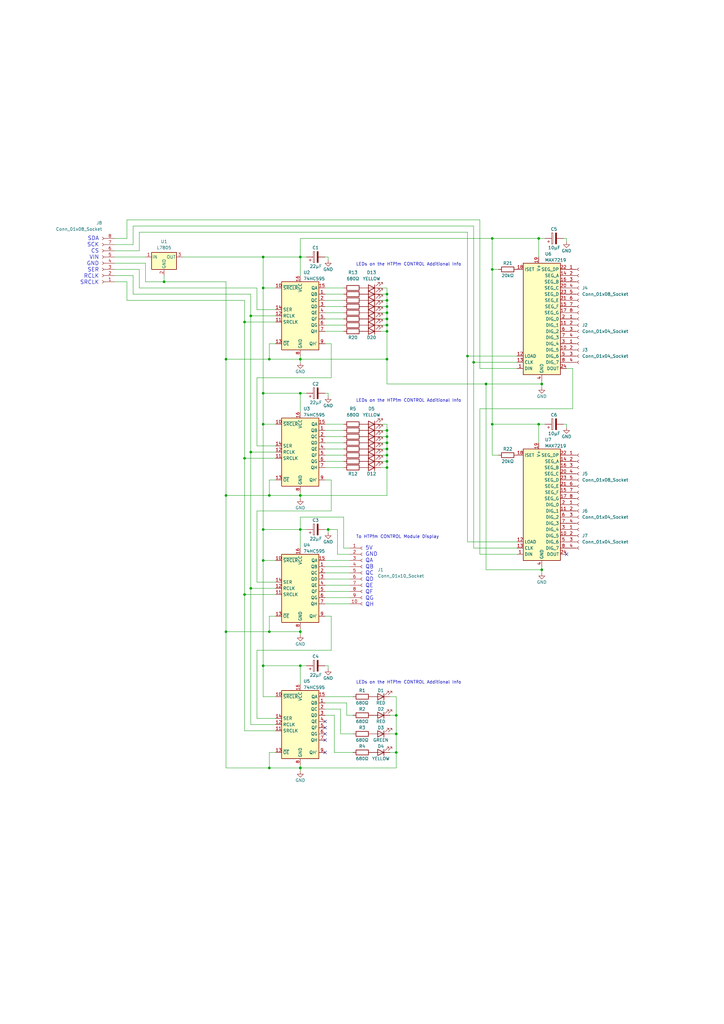
<source format=kicad_sch>
(kicad_sch (version 20230121) (generator eeschema)
  (paper "A3" portrait)
  (title_block (title "HTP!m CONTROL Additional Info") (date "2023-10-14") (rev "1") (company "shawnd.xyz") (comment 2 "circuits as well as maintaining 20 LEDs of its own.") (comment 3 "The HTP!m CONTROL Additional Info circuit controls all the other HTP!m CONTROL display"))
  (lib_symbols
    (symbol "74HC595_1"
      (property "Reference" "U3" (at 1.27 16.51 0))
      (property "Value" "74HC595" (at 1.27 13.97 0))
      (symbol "74HC595_1_1_0"
        (pin tri_state line (at 10.16 7.62 180) (length 2.54) (name "QB") (number "1"))
        (pin input line (at -10.16 10.16 0) (length 2.54) (name "~{SRCLR}") (number "10"))
        (pin input line (at -10.16 -3.81 0) (length 2.54) (name "SRCLK") (number "11"))
        (pin input line (at -10.16 -1.27 0) (length 2.54) (name "RCLK") (number "12"))
        (pin input line (at -10.16 -12.7 0) (length 2.54) (name "~{OE}") (number "13"))
        (pin input line (at -10.16 1.27 0) (length 2.54) (name "SER") (number "14"))
        (pin tri_state line (at 10.16 10.16 180) (length 2.54) (name "QA") (number "15"))
        (pin power_in line (at 0 15.24 270) (length 2.54) (name "VCC") (number "16"))
        (pin tri_state line (at 10.16 5.08 180) (length 2.54) (name "QC") (number "2"))
        (pin tri_state line (at 10.16 2.54 180) (length 2.54) (name "QD") (number "3"))
        (pin tri_state line (at 10.16 0 180) (length 2.54) (name "QE") (number "4"))
        (pin tri_state line (at 10.16 -2.54 180) (length 2.54) (name "QF") (number "5"))
        (pin tri_state line (at 10.16 -5.08 180) (length 2.54) (name "QG") (number "6"))
        (pin tri_state line (at 10.16 -7.62 180) (length 2.54) (name "QH") (number "7"))
        (pin power_in line (at 0 -17.78 90) (length 2.54) (name "GND") (number "8"))
        (pin output line (at 10.16 -12.7 180) (length 2.54) (name "QH'") (number "9"))
      )
      (symbol "74HC595_1_1_1"
        (rectangle (start -7.62 12.7) (end 7.62 -15.24) (stroke (width 0.254)) (fill (type background)))
      )
    )
    (symbol "Connector:Conn_01x04_Socket" (pin_names (offset 1.016) hide)
      (property "Reference" "J" (at 0 5.08 0))
      (property "Value" "Conn_01x04_Socket" (at 0 -7.62 0))
      (symbol "Conn_01x04_Socket_1_1"
        (arc (start 0 -4.572) (mid -0.5058 -5.08) (end 0 -5.588) (stroke (width 0.1524)))
        (arc (start 0 -2.032) (mid -0.5058 -2.54) (end 0 -3.048) (stroke (width 0.1524)))
        (polyline (pts (xy -1.27 -5.08) (xy -0.508 -5.08)) (stroke (width 0.1524)))
        (polyline (pts (xy -1.27 -2.54) (xy -0.508 -2.54)) (stroke (width 0.1524)))
        (polyline (pts (xy -1.27 0) (xy -0.508 0)) (stroke (width 0.1524)))
        (polyline (pts (xy -1.27 2.54) (xy -0.508 2.54)) (stroke (width 0.1524)))
        (arc (start 0 0.508) (mid -0.5058 0) (end 0 -0.508) (stroke (width 0.1524)))
        (arc (start 0 3.048) (mid -0.5058 2.54) (end 0 2.032) (stroke (width 0.1524)))
        (pin passive line (at -5.08 2.54 0) (length 3.81) (name "Pin_1") (number "1"))
        (pin passive line (at -5.08 0 0) (length 3.81) (name "Pin_2") (number "2"))
        (pin passive line (at -5.08 -2.54 0) (length 3.81) (name "Pin_3") (number "3"))
        (pin passive line (at -5.08 -5.08 0) (length 3.81) (name "Pin_4") (number "4"))
      )
    )
    (symbol "Connector:Conn_01x08_Socket" (pin_names (offset 1.016) hide)
      (property "Reference" "J" (at 0 10.16 0))
      (property "Value" "Conn_01x08_Socket" (at 0 -12.7 0))
      (symbol "Conn_01x08_Socket_1_1"
        (arc (start 0 -9.652) (mid -0.5058 -10.16) (end 0 -10.668) (stroke (width 0.1524)))
        (arc (start 0 -7.112) (mid -0.5058 -7.62) (end 0 -8.128) (stroke (width 0.1524)))
        (arc (start 0 -4.572) (mid -0.5058 -5.08) (end 0 -5.588) (stroke (width 0.1524)))
        (arc (start 0 -2.032) (mid -0.5058 -2.54) (end 0 -3.048) (stroke (width 0.1524)))
        (polyline (pts (xy -1.27 -10.16) (xy -0.508 -10.16)) (stroke (width 0.1524)))
        (polyline (pts (xy -1.27 -7.62) (xy -0.508 -7.62)) (stroke (width 0.1524)))
        (polyline (pts (xy -1.27 -5.08) (xy -0.508 -5.08)) (stroke (width 0.1524)))
        (polyline (pts (xy -1.27 -2.54) (xy -0.508 -2.54)) (stroke (width 0.1524)))
        (polyline (pts (xy -1.27 0) (xy -0.508 0)) (stroke (width 0.1524)))
        (polyline (pts (xy -1.27 2.54) (xy -0.508 2.54)) (stroke (width 0.1524)))
        (polyline (pts (xy -1.27 5.08) (xy -0.508 5.08)) (stroke (width 0.1524)))
        (polyline (pts (xy -1.27 7.62) (xy -0.508 7.62)) (stroke (width 0.1524)))
        (arc (start 0 0.508) (mid -0.5058 0) (end 0 -0.508) (stroke (width 0.1524)))
        (arc (start 0 3.048) (mid -0.5058 2.54) (end 0 2.032) (stroke (width 0.1524)))
        (arc (start 0 5.588) (mid -0.5058 5.08) (end 0 4.572) (stroke (width 0.1524)))
        (arc (start 0 8.128) (mid -0.5058 7.62) (end 0 7.112) (stroke (width 0.1524)))
        (pin passive line (at -5.08 7.62 0) (length 3.81) (name "Pin_1") (number "1"))
        (pin passive line (at -5.08 5.08 0) (length 3.81) (name "Pin_2") (number "2"))
        (pin passive line (at -5.08 2.54 0) (length 3.81) (name "Pin_3") (number "3"))
        (pin passive line (at -5.08 0 0) (length 3.81) (name "Pin_4") (number "4"))
        (pin passive line (at -5.08 -2.54 0) (length 3.81) (name "Pin_5") (number "5"))
        (pin passive line (at -5.08 -5.08 0) (length 3.81) (name "Pin_6") (number "6"))
        (pin passive line (at -5.08 -7.62 0) (length 3.81) (name "Pin_7") (number "7"))
        (pin passive line (at -5.08 -10.16 0) (length 3.81) (name "Pin_8") (number "8"))
      )
    )
    (symbol "Connector:Conn_01x10_Socket" (pin_names (offset 1.016) hide)
      (property "Reference" "J" (at 0 12.7 0))
      (property "Value" "Conn_01x10_Socket" (at 0 -15.24 0))
      (symbol "Conn_01x10_Socket_1_1"
        (arc (start 0 -12.192) (mid -0.5058 -12.7) (end 0 -13.208) (stroke (width 0.1524)))
        (arc (start 0 -9.652) (mid -0.5058 -10.16) (end 0 -10.668) (stroke (width 0.1524)))
        (arc (start 0 -7.112) (mid -0.5058 -7.62) (end 0 -8.128) (stroke (width 0.1524)))
        (arc (start 0 -4.572) (mid -0.5058 -5.08) (end 0 -5.588) (stroke (width 0.1524)))
        (arc (start 0 -2.032) (mid -0.5058 -2.54) (end 0 -3.048) (stroke (width 0.1524)))
        (polyline (pts (xy -1.27 -12.7) (xy -0.508 -12.7)) (stroke (width 0.1524)))
        (polyline (pts (xy -1.27 -10.16) (xy -0.508 -10.16)) (stroke (width 0.1524)))
        (polyline (pts (xy -1.27 -7.62) (xy -0.508 -7.62)) (stroke (width 0.1524)))
        (polyline (pts (xy -1.27 -5.08) (xy -0.508 -5.08)) (stroke (width 0.1524)))
        (polyline (pts (xy -1.27 -2.54) (xy -0.508 -2.54)) (stroke (width 0.1524)))
        (polyline (pts (xy -1.27 0) (xy -0.508 0)) (stroke (width 0.1524)))
        (polyline (pts (xy -1.27 2.54) (xy -0.508 2.54)) (stroke (width 0.1524)))
        (polyline (pts (xy -1.27 5.08) (xy -0.508 5.08)) (stroke (width 0.1524)))
        (polyline (pts (xy -1.27 7.62) (xy -0.508 7.62)) (stroke (width 0.1524)))
        (polyline (pts (xy -1.27 10.16) (xy -0.508 10.16)) (stroke (width 0.1524)))
        (arc (start 0 0.508) (mid -0.5058 0) (end 0 -0.508) (stroke (width 0.1524)))
        (arc (start 0 3.048) (mid -0.5058 2.54) (end 0 2.032) (stroke (width 0.1524)))
        (arc (start 0 5.588) (mid -0.5058 5.08) (end 0 4.572) (stroke (width 0.1524)))
        (arc (start 0 8.128) (mid -0.5058 7.62) (end 0 7.112) (stroke (width 0.1524)))
        (arc (start 0 10.668) (mid -0.5058 10.16) (end 0 9.652) (stroke (width 0.1524)))
        (pin passive line (at -5.08 10.16 0) (length 3.81) (name "Pin_1") (number "1"))
        (pin passive line (at -5.08 -12.7 0) (length 3.81) (name "Pin_10") (number "10"))
        (pin passive line (at -5.08 7.62 0) (length 3.81) (name "Pin_2") (number "2"))
        (pin passive line (at -5.08 5.08 0) (length 3.81) (name "Pin_3") (number "3"))
        (pin passive line (at -5.08 2.54 0) (length 3.81) (name "Pin_4") (number "4"))
        (pin passive line (at -5.08 0 0) (length 3.81) (name "Pin_5") (number "5"))
        (pin passive line (at -5.08 -2.54 0) (length 3.81) (name "Pin_6") (number "6"))
        (pin passive line (at -5.08 -5.08 0) (length 3.81) (name "Pin_7") (number "7"))
        (pin passive line (at -5.08 -7.62 0) (length 3.81) (name "Pin_8") (number "8"))
        (pin passive line (at -5.08 -10.16 0) (length 3.81) (name "Pin_9") (number "9"))
      )
    )
    (symbol "Device:C_Polarized" (pin_numbers hide) (pin_names (offset 0.254))
      (property "Reference" "C" (at 0.635 2.54 0))
      (property "Value" "C_Polarized" (at 0.635 -2.54 0))
      (symbol "C_Polarized_0_1"
        (rectangle (start -2.286 0.508) (end 2.286 1.016))
        (polyline (pts (xy -1.778 2.286) (xy -0.762 2.286)))
        (polyline (pts (xy -1.27 2.794) (xy -1.27 1.778)))
        (rectangle (start 2.286 -0.508) (end -2.286 -1.016) (fill (type outline)))
      )
      (symbol "C_Polarized_1_1"
        (pin passive line (at 0 3.81 270) (length 2.794) (name "~") (number "1"))
        (pin passive line (at 0 -3.81 90) (length 2.794) (name "~") (number "2"))
      )
    )
    (symbol "Device:LED" (pin_numbers hide) (pin_names (offset 1.016) hide)
      (property "Reference" "D" (at 0 2.54 0))
      (property "Value" "LED" (at 0 -2.54 0))
      (symbol "LED_0_1"
        (polyline (pts (xy -1.27 -1.27) (xy -1.27 1.27)) (stroke (width 0.254)))
        (polyline (pts (xy -1.27 0) (xy 1.27 0)))
        (polyline (pts (xy 1.27 -1.27) (xy 1.27 1.27) (xy -1.27 0) (xy 1.27 -1.27)) (stroke (width 0.254)))
        (polyline (pts (xy -3.048 -0.762) (xy -4.572 -2.286) (xy -3.81 -2.286) (xy -4.572 -2.286) (xy -4.572 -1.524)))
        (polyline (pts (xy -1.778 -0.762) (xy -3.302 -2.286) (xy -2.54 -2.286) (xy -3.302 -2.286) (xy -3.302 -1.524)))
      )
      (symbol "LED_1_1"
        (pin passive line (at -3.81 0 0) (length 2.54) (name "K") (number "1"))
        (pin passive line (at 3.81 0 180) (length 2.54) (name "A") (number "2"))
      )
    )
    (symbol "Device:R" (pin_numbers hide) (pin_names (offset 0))
      (property "Reference" "R" (at 2.032 0 90))
      (property "Value" "R" (at 0 0 90))
      (symbol "R_0_1"
        (rectangle (start -1.016 -2.54) (end 1.016 2.54) (stroke (width 0.254)))
      )
      (symbol "R_1_1"
        (pin passive line (at 0 3.81 270) (length 1.27) (name "~") (number "1"))
        (pin passive line (at 0 -3.81 90) (length 1.27) (name "~") (number "2"))
      )
    )
    (symbol "Driver_LED:MAX7219"
      (property "Reference" "U7" (at 1.27 26.67 0))
      (property "Value" "MAX7219" (at 1.27 24.13 0))
      (symbol "MAX7219_0_1"
        (rectangle (start -7.62 22.86) (end 7.62 -22.86) (stroke (width 0.254)) (fill (type background)))
      )
      (symbol "MAX7219_1_1"
        (pin input line (at -10.16 -20.32 0) (length 2.54) (name "DIN") (number "1"))
        (pin output line (at 10.16 -12.7 180) (length 2.54) (name "DIG_5") (number "10"))
        (pin output line (at 10.16 -2.54 180) (length 2.54) (name "DIG_1") (number "11"))
        (pin input line (at -10.16 -15.24 0) (length 2.54) (name "LOAD") (number "12"))
        (pin input line (at -10.16 -17.78 0) (length 2.54) (name "CLK") (number "13"))
        (pin output line (at 10.16 17.78 180) (length 2.54) (name "SEG_A") (number "14"))
        (pin output line (at 10.16 5.08 180) (length 2.54) (name "SEG_F") (number "15"))
        (pin output line (at 10.16 15.24 180) (length 2.54) (name "SEG_B") (number "16"))
        (pin output line (at 10.16 2.54 180) (length 2.54) (name "SEG_G") (number "17"))
        (pin input line (at -10.16 20.32 0) (length 2.54) (name "ISET") (number "18"))
        (pin power_in line (at -1.27 25.4 270) (length 2.54) (name "V+") (number "19"))
        (pin output line (at 10.16 0 180) (length 2.54) (name "DIG_0") (number "2"))
        (pin output line (at 10.16 12.7 180) (length 2.54) (name "SEG_C") (number "20"))
        (pin output line (at 10.16 7.62 180) (length 2.54) (name "SEG_E") (number "21"))
        (pin output line (at 10.16 20.32 180) (length 2.54) (name "SEG_DP") (number "22"))
        (pin output line (at 10.16 10.16 180) (length 2.54) (name "SEG_D") (number "23"))
        (pin output line (at 10.16 -20.32 180) (length 2.54) (name "DOUT") (number "24"))
        (pin output line (at 10.16 -10.16 180) (length 2.54) (name "DIG_4") (number "3"))
        (pin power_in line (at 0 -25.4 90) (length 2.54) (name "GND") (number "4"))
        (pin output line (at 10.16 -15.24 180) (length 2.54) (name "DIG_6") (number "5"))
        (pin output line (at 10.16 -5.08 180) (length 2.54) (name "DIG_2") (number "6"))
        (pin output line (at 10.16 -7.62 180) (length 2.54) (name "DIG_3") (number "7"))
        (pin output line (at 10.16 -17.78 180) (length 2.54) (name "DIG_7") (number "8"))
        (pin passive line (at 0 -25.4 90) (length 2.54) hide (name "GND") (number "9"))
      )
    )
    (symbol "MAX7219_1"
      (property "Reference" "U6" (at 1.27 26.67 0))
      (property "Value" "MAX7219" (at 1.27 24.13 0))
      (symbol "MAX7219_1_0_1"
        (rectangle (start -7.62 22.86) (end 7.62 -22.86) (stroke (width 0.254)) (fill (type background)))
      )
      (symbol "MAX7219_1_1_1"
        (pin input line (at -10.16 -20.32 0) (length 2.54) (name "DIN") (number "1"))
        (pin output line (at 10.16 -12.7 180) (length 2.54) (name "DIG_5") (number "10"))
        (pin output line (at 10.16 -2.54 180) (length 2.54) (name "DIG_1") (number "11"))
        (pin input line (at -10.16 -15.24 0) (length 2.54) (name "LOAD") (number "12"))
        (pin input line (at -10.16 -17.78 0) (length 2.54) (name "CLK") (number "13"))
        (pin output line (at 10.16 17.78 180) (length 2.54) (name "SEG_A") (number "14"))
        (pin output line (at 10.16 5.08 180) (length 2.54) (name "SEG_F") (number "15"))
        (pin output line (at 10.16 15.24 180) (length 2.54) (name "SEG_B") (number "16"))
        (pin output line (at 10.16 2.54 180) (length 2.54) (name "SEG_G") (number "17"))
        (pin input line (at -10.16 20.32 0) (length 2.54) (name "ISET") (number "18"))
        (pin power_in line (at -1.27 25.4 270) (length 2.54) (name "V+") (number "19"))
        (pin output line (at 10.16 0 180) (length 2.54) (name "DIG_0") (number "2"))
        (pin output line (at 10.16 12.7 180) (length 2.54) (name "SEG_C") (number "20"))
        (pin output line (at 10.16 7.62 180) (length 2.54) (name "SEG_E") (number "21"))
        (pin output line (at 10.16 20.32 180) (length 2.54) (name "SEG_DP") (number "22"))
        (pin output line (at 10.16 10.16 180) (length 2.54) (name "SEG_D") (number "23"))
        (pin output line (at 10.16 -20.32 180) (length 2.54) (name "DOUT") (number "24"))
        (pin output line (at 10.16 -10.16 180) (length 2.54) (name "DIG_4") (number "3"))
        (pin power_in line (at 0 -25.4 90) (length 2.54) (name "GND") (number "4"))
        (pin output line (at 10.16 -15.24 180) (length 2.54) (name "DIG_6") (number "5"))
        (pin output line (at 10.16 -5.08 180) (length 2.54) (name "DIG_2") (number "6"))
        (pin output line (at 10.16 -7.62 180) (length 2.54) (name "DIG_3") (number "7"))
        (pin output line (at 10.16 -17.78 180) (length 2.54) (name "DIG_7") (number "8"))
        (pin passive line (at 0 -25.4 90) (length 2.54) hide (name "GND") (number "9"))
      )
    )
    (symbol "Regulator_Linear:L7805" (pin_names (offset 0.254))
      (property "Reference" "U" (at -3.81 3.175 0))
      (property "Value" "L7805" (at 0 3.175 0))
      (symbol "L7805_0_1"
        (rectangle (start -5.08 1.905) (end 5.08 -5.08) (stroke (width 0.254)) (fill (type background)))
      )
      (symbol "L7805_1_1"
        (pin power_in line (at -7.62 0 0) (length 2.54) (name "IN") (number "1"))
        (pin power_in line (at 0 -7.62 90) (length 2.54) (name "GND") (number "2"))
        (pin power_out line (at 7.62 0 180) (length 2.54) (name "OUT") (number "3"))
      )
    )
    (symbol "power:GND" (power) (pin_names (offset 0))
      (property "Value" "GND" (at 0 -3.81 0))
      (symbol "GND_0_1"
        (polyline (pts (xy 0 0) (xy 0 -1.27) (xy 1.27 -1.27) (xy 0 -2.54) (xy -1.27 -1.27) (xy 0 -1.27)))
      )
      (symbol "GND_1_1"
        (pin power_in line (at 0 0 270) (length 0) hide (name "GND") (number "1"))
      )
    )
  )
  (junction (at 134.62 217.17))
  (junction (at 107.95 217.17))
  (junction (at 100.33 132.08))
  (junction (at 199.39 157.48))
  (junction (at 102.87 241.3))
  (junction (at 92.71 203.2))
  (junction (at 158.75 176.53))
  (junction (at 110.49 314.96))
  (junction (at 158.75 191.77))
  (junction (at 110.49 203.2))
  (junction (at 162.56 308.61))
  (junction (at 158.75 123.19))
  (junction (at 158.75 135.89))
  (junction (at 222.25 233.68))
  (junction (at 110.49 259.08))
  (junction (at 107.95 229.87))
  (junction (at 222.25 157.48))
  (junction (at 158.75 128.27))
  (junction (at 107.95 173.99))
  (junction (at 107.95 118.11))
  (junction (at 201.93 110.49))
  (junction (at 107.95 105.41))
  (junction (at 194.31 148.59))
  (junction (at 158.75 189.23))
  (junction (at 220.98 97.79))
  (junction (at 123.19 147.32))
  (junction (at 123.19 217.17))
  (junction (at 110.49 147.32))
  (junction (at 107.95 161.29))
  (junction (at 123.19 161.29))
  (junction (at 158.75 186.69))
  (junction (at 100.33 187.96))
  (junction (at 123.19 259.08))
  (junction (at 92.71 147.32))
  (junction (at 107.95 273.05))
  (junction (at 67.31 115.57))
  (junction (at 201.93 97.79))
  (junction (at 92.71 259.08))
  (junction (at 220.98 173.99))
  (junction (at 100.33 243.84))
  (junction (at 158.75 147.32))
  (junction (at 201.93 173.99))
  (junction (at 102.87 129.54))
  (junction (at 102.87 185.42))
  (junction (at 162.56 300.99))
  (junction (at 123.19 105.41))
  (junction (at 123.19 314.96))
  (junction (at 191.77 146.05))
  (junction (at 158.75 184.15))
  (junction (at 158.75 120.65))
  (junction (at 158.75 181.61))
  (junction (at 158.75 133.35))
  (junction (at 123.19 273.05))
  (junction (at 162.56 293.37))
  (junction (at 158.75 130.81))
  (junction (at 158.75 179.07))
  (junction (at 158.75 125.73))
  (junction (at 123.19 203.2))
  (no_connect (at 133.35 308.61))
  (no_connect (at 232.41 227.33))
  (no_connect (at 133.35 303.53))
  (no_connect (at 133.35 295.91))
  (no_connect (at 133.35 300.99))
  (no_connect (at 133.35 298.45))
  (wire (pts (xy 191.77 146.05) (xy 191.77 222.25)))
  (wire (pts (xy 133.35 184.15) (xy 140.97 184.15)))
  (wire (pts (xy 107.95 229.87) (xy 113.03 229.87)))
  (wire (pts (xy 135.89 154.94) (xy 105.41 154.94)))
  (wire (pts (xy 92.71 203.2) (xy 92.71 259.08)))
  (wire (pts (xy 160.02 293.37) (xy 162.56 293.37)))
  (wire (pts (xy 46.99 100.33) (xy 54.61 100.33)))
  (wire (pts (xy 156.21 133.35) (xy 158.75 133.35)))
  (wire (pts (xy 133.35 161.29) (xy 134.62 161.29)))
  (wire (pts (xy 139.7 300.99) (xy 144.78 300.99)))
  (wire (pts (xy 133.35 186.69) (xy 140.97 186.69)))
  (wire (pts (xy 199.39 157.48) (xy 222.25 157.48)))
  (wire (pts (xy 140.97 212.09) (xy 140.97 224.79)))
  (wire (pts (xy 113.03 196.85) (xy 110.49 196.85)))
  (wire (pts (xy 46.99 115.57) (xy 52.07 115.57)))
  (wire (pts (xy 138.43 217.17) (xy 138.43 227.33)))
  (wire (pts (xy 194.31 148.59) (xy 194.31 92.71)))
  (wire (pts (xy 199.39 233.68) (xy 222.25 233.68)))
  (wire (pts (xy 46.99 97.79) (xy 52.07 97.79)))
  (wire (pts (xy 156.21 128.27) (xy 158.75 128.27)))
  (wire (pts (xy 158.75 191.77) (xy 158.75 203.2)))
  (wire (pts (xy 46.99 110.49) (xy 57.15 110.49)))
  (wire (pts (xy 105.41 118.11) (xy 57.15 118.11)))
  (wire (pts (xy 160.02 300.99) (xy 162.56 300.99)))
  (wire (pts (xy 133.35 273.05) (xy 134.62 273.05)))
  (wire (pts (xy 133.35 125.73) (xy 140.97 125.73)))
  (wire (pts (xy 162.56 293.37) (xy 162.56 300.99)))
  (wire (pts (xy 158.75 128.27) (xy 158.75 130.81)))
  (wire (pts (xy 133.35 288.29) (xy 142.24 288.29)))
  (wire (pts (xy 201.93 173.99) (xy 220.98 173.99)))
  (wire (pts (xy 92.71 259.08) (xy 92.71 314.96)))
  (wire (pts (xy 123.19 314.96) (xy 123.19 316.23)))
  (wire (pts (xy 107.95 273.05) (xy 107.95 285.75)))
  (wire (pts (xy 135.89 266.7) (xy 105.41 266.7)))
  (wire (pts (xy 156.21 118.11) (xy 158.75 118.11)))
  (wire (pts (xy 133.35 123.19) (xy 140.97 123.19)))
  (wire (pts (xy 46.99 102.87) (xy 57.15 102.87)))
  (wire (pts (xy 113.03 140.97) (xy 110.49 140.97)))
  (wire (pts (xy 123.19 97.79) (xy 201.93 97.79)))
  (wire (pts (xy 105.41 182.88) (xy 113.03 182.88)))
  (wire (pts (xy 158.75 120.65) (xy 158.75 123.19)))
  (wire (pts (xy 52.07 90.17) (xy 196.85 90.17)))
  (wire (pts (xy 123.19 105.41) (xy 123.19 113.03)))
  (wire (pts (xy 133.35 191.77) (xy 140.97 191.77)))
  (wire (pts (xy 134.62 161.29) (xy 134.62 162.56)))
  (wire (pts (xy 156.21 181.61) (xy 158.75 181.61)))
  (wire (pts (xy 162.56 285.75) (xy 162.56 293.37)))
  (wire (pts (xy 102.87 129.54) (xy 102.87 185.42)))
  (wire (pts (xy 59.69 115.57) (xy 59.69 107.95)))
  (wire (pts (xy 158.75 157.48) (xy 158.75 147.32)))
  (wire (pts (xy 201.93 186.69) (xy 204.47 186.69)))
  (wire (pts (xy 123.19 313.69) (xy 123.19 314.96)))
  (wire (pts (xy 158.75 186.69) (xy 158.75 189.23)))
  (wire (pts (xy 107.95 173.99) (xy 107.95 217.17)))
  (wire (pts (xy 133.35 118.11) (xy 140.97 118.11)))
  (wire (pts (xy 105.41 266.7) (xy 105.41 294.64)))
  (wire (pts (xy 102.87 185.42) (xy 113.03 185.42)))
  (wire (pts (xy 52.07 123.19) (xy 52.07 115.57)))
  (wire (pts (xy 46.99 107.95) (xy 59.69 107.95)))
  (wire (pts (xy 133.35 242.57) (xy 143.51 242.57)))
  (wire (pts (xy 100.33 187.96) (xy 113.03 187.96)))
  (wire (pts (xy 102.87 241.3) (xy 102.87 297.18)))
  (wire (pts (xy 123.19 273.05) (xy 125.73 273.05)))
  (wire (pts (xy 201.93 110.49) (xy 204.47 110.49)))
  (wire (pts (xy 123.19 273.05) (xy 123.19 280.67)))
  (wire (pts (xy 123.19 161.29) (xy 125.73 161.29)))
  (wire (pts (xy 102.87 241.3) (xy 113.03 241.3)))
  (wire (pts (xy 158.75 135.89) (xy 158.75 147.32)))
  (wire (pts (xy 133.35 133.35) (xy 140.97 133.35)))
  (wire (pts (xy 123.19 217.17) (xy 123.19 212.09)))
  (wire (pts (xy 135.89 252.73) (xy 135.89 266.7)))
  (wire (pts (xy 191.77 95.25) (xy 57.15 95.25)))
  (wire (pts (xy 134.62 105.41) (xy 134.62 106.68)))
  (wire (pts (xy 133.35 196.85) (xy 135.89 196.85)))
  (wire (pts (xy 67.31 115.57) (xy 59.69 115.57)))
  (wire (pts (xy 113.03 132.08) (xy 100.33 132.08)))
  (wire (pts (xy 105.41 154.94) (xy 105.41 182.88)))
  (wire (pts (xy 156.21 179.07) (xy 158.75 179.07)))
  (wire (pts (xy 222.25 233.68) (xy 222.25 234.95)))
  (wire (pts (xy 57.15 95.25) (xy 57.15 102.87)))
  (wire (pts (xy 194.31 148.59) (xy 194.31 224.79)))
  (wire (pts (xy 156.21 186.69) (xy 158.75 186.69)))
  (wire (pts (xy 137.16 308.61) (xy 144.78 308.61)))
  (wire (pts (xy 107.95 161.29) (xy 107.95 173.99)))
  (wire (pts (xy 100.33 243.84) (xy 113.03 243.84)))
  (wire (pts (xy 100.33 187.96) (xy 100.33 243.84)))
  (wire (pts (xy 196.85 227.33) (xy 212.09 227.33)))
  (wire (pts (xy 222.25 157.48) (xy 222.25 156.21)))
  (wire (pts (xy 107.95 105.41) (xy 107.95 118.11)))
  (wire (pts (xy 100.33 123.19) (xy 52.07 123.19)))
  (wire (pts (xy 54.61 120.65) (xy 54.61 113.03)))
  (wire (pts (xy 199.39 157.48) (xy 199.39 233.68)))
  (wire (pts (xy 212.09 151.13) (xy 196.85 151.13)))
  (wire (pts (xy 134.62 273.05) (xy 134.62 274.32)))
  (wire (pts (xy 123.19 203.2) (xy 123.19 204.47)))
  (wire (pts (xy 232.41 151.13) (xy 234.95 151.13)))
  (wire (pts (xy 196.85 167.64) (xy 196.85 227.33)))
  (wire (pts (xy 123.19 314.96) (xy 162.56 314.96)))
  (wire (pts (xy 231.14 173.99) (xy 232.41 173.99)))
  (wire (pts (xy 232.41 97.79) (xy 232.41 99.06)))
  (wire (pts (xy 54.61 92.71) (xy 194.31 92.71)))
  (wire (pts (xy 133.35 173.99) (xy 140.97 173.99)))
  (wire (pts (xy 74.93 105.41) (xy 107.95 105.41)))
  (wire (pts (xy 100.33 132.08) (xy 100.33 123.19)))
  (wire (pts (xy 123.19 147.32) (xy 123.19 148.59)))
  (wire (pts (xy 220.98 181.61) (xy 220.98 173.99)))
  (wire (pts (xy 156.21 173.99) (xy 158.75 173.99)))
  (wire (pts (xy 201.93 97.79) (xy 201.93 110.49)))
  (wire (pts (xy 158.75 179.07) (xy 158.75 181.61)))
  (wire (pts (xy 123.19 146.05) (xy 123.19 147.32)))
  (wire (pts (xy 100.33 132.08) (xy 100.33 187.96)))
  (wire (pts (xy 133.35 217.17) (xy 134.62 217.17)))
  (wire (pts (xy 110.49 252.73) (xy 110.49 259.08)))
  (wire (pts (xy 92.71 314.96) (xy 110.49 314.96)))
  (wire (pts (xy 142.24 288.29) (xy 142.24 293.37)))
  (wire (pts (xy 133.35 252.73) (xy 135.89 252.73)))
  (wire (pts (xy 105.41 127) (xy 105.41 118.11)))
  (wire (pts (xy 156.21 120.65) (xy 158.75 120.65)))
  (wire (pts (xy 156.21 176.53) (xy 158.75 176.53)))
  (wire (pts (xy 113.03 308.61) (xy 110.49 308.61)))
  (wire (pts (xy 110.49 147.32) (xy 123.19 147.32)))
  (wire (pts (xy 92.71 115.57) (xy 67.31 115.57)))
  (wire (pts (xy 92.71 147.32) (xy 110.49 147.32)))
  (wire (pts (xy 105.41 238.76) (xy 113.03 238.76)))
  (wire (pts (xy 92.71 259.08) (xy 110.49 259.08)))
  (wire (pts (xy 123.19 257.81) (xy 123.19 259.08)))
  (wire (pts (xy 110.49 140.97) (xy 110.49 147.32)))
  (wire (pts (xy 156.21 130.81) (xy 158.75 130.81)))
  (wire (pts (xy 158.75 189.23) (xy 158.75 191.77)))
  (wire (pts (xy 158.75 147.32) (xy 123.19 147.32)))
  (wire (pts (xy 220.98 105.41) (xy 220.98 97.79)))
  (wire (pts (xy 158.75 157.48) (xy 199.39 157.48)))
  (wire (pts (xy 194.31 224.79) (xy 212.09 224.79)))
  (wire (pts (xy 212.09 148.59) (xy 194.31 148.59)))
  (wire (pts (xy 52.07 90.17) (xy 52.07 97.79)))
  (wire (pts (xy 110.49 203.2) (xy 123.19 203.2)))
  (wire (pts (xy 107.95 118.11) (xy 107.95 161.29)))
  (wire (pts (xy 123.19 161.29) (xy 123.19 168.91)))
  (wire (pts (xy 234.95 151.13) (xy 234.95 167.64)))
  (wire (pts (xy 133.35 234.95) (xy 143.51 234.95)))
  (wire (pts (xy 135.89 196.85) (xy 135.89 209.55)))
  (wire (pts (xy 92.71 203.2) (xy 110.49 203.2)))
  (wire (pts (xy 133.35 181.61) (xy 140.97 181.61)))
  (wire (pts (xy 156.21 135.89) (xy 158.75 135.89)))
  (wire (pts (xy 232.41 173.99) (xy 232.41 175.26)))
  (wire (pts (xy 142.24 293.37) (xy 144.78 293.37)))
  (wire (pts (xy 54.61 92.71) (xy 54.61 100.33)))
  (wire (pts (xy 156.21 123.19) (xy 158.75 123.19)))
  (wire (pts (xy 113.03 127) (xy 105.41 127)))
  (wire (pts (xy 113.03 299.72) (xy 100.33 299.72)))
  (wire (pts (xy 196.85 151.13) (xy 196.85 90.17)))
  (wire (pts (xy 133.35 293.37) (xy 137.16 293.37)))
  (wire (pts (xy 156.21 191.77) (xy 158.75 191.77)))
  (wire (pts (xy 158.75 203.2) (xy 123.19 203.2)))
  (wire (pts (xy 156.21 125.73) (xy 158.75 125.73)))
  (wire (pts (xy 107.95 217.17) (xy 107.95 229.87)))
  (wire (pts (xy 102.87 297.18) (xy 113.03 297.18)))
  (wire (pts (xy 133.35 247.65) (xy 143.51 247.65)))
  (wire (pts (xy 156.21 189.23) (xy 158.75 189.23)))
  (wire (pts (xy 137.16 293.37) (xy 137.16 308.61)))
  (wire (pts (xy 110.49 259.08) (xy 123.19 259.08)))
  (wire (pts (xy 110.49 314.96) (xy 123.19 314.96)))
  (wire (pts (xy 201.93 173.99) (xy 201.93 186.69)))
  (wire (pts (xy 135.89 140.97) (xy 135.89 154.94)))
  (wire (pts (xy 133.35 232.41) (xy 143.51 232.41)))
  (wire (pts (xy 201.93 97.79) (xy 220.98 97.79)))
  (wire (pts (xy 105.41 209.55) (xy 105.41 238.76)))
  (wire (pts (xy 231.14 97.79) (xy 232.41 97.79)))
  (wire (pts (xy 133.35 105.41) (xy 134.62 105.41)))
  (wire (pts (xy 201.93 110.49) (xy 201.93 173.99)))
  (wire (pts (xy 212.09 146.05) (xy 191.77 146.05)))
  (wire (pts (xy 133.35 135.89) (xy 140.97 135.89)))
  (wire (pts (xy 160.02 285.75) (xy 162.56 285.75)))
  (wire (pts (xy 92.71 115.57) (xy 92.71 147.32)))
  (wire (pts (xy 107.95 105.41) (xy 123.19 105.41)))
  (wire (pts (xy 191.77 222.25) (xy 212.09 222.25)))
  (wire (pts (xy 133.35 237.49) (xy 143.51 237.49)))
  (wire (pts (xy 133.35 176.53) (xy 140.97 176.53)))
  (wire (pts (xy 133.35 140.97) (xy 135.89 140.97)))
  (wire (pts (xy 57.15 118.11) (xy 57.15 110.49)))
  (wire (pts (xy 156.21 184.15) (xy 158.75 184.15)))
  (wire (pts (xy 133.35 130.81) (xy 140.97 130.81)))
  (wire (pts (xy 110.49 196.85) (xy 110.49 203.2)))
  (wire (pts (xy 107.95 285.75) (xy 113.03 285.75)))
  (wire (pts (xy 220.98 173.99) (xy 223.52 173.99)))
  (wire (pts (xy 222.25 157.48) (xy 222.25 158.75)))
  (wire (pts (xy 158.75 181.61) (xy 158.75 184.15)))
  (wire (pts (xy 134.62 217.17) (xy 138.43 217.17)))
  (wire (pts (xy 158.75 130.81) (xy 158.75 133.35)))
  (wire (pts (xy 138.43 227.33) (xy 143.51 227.33)))
  (wire (pts (xy 162.56 300.99) (xy 162.56 308.61)))
  (wire (pts (xy 191.77 146.05) (xy 191.77 95.25)))
  (wire (pts (xy 133.35 290.83) (xy 139.7 290.83)))
  (wire (pts (xy 133.35 285.75) (xy 144.78 285.75)))
  (wire (pts (xy 102.87 120.65) (xy 54.61 120.65)))
  (wire (pts (xy 113.03 129.54) (xy 102.87 129.54)))
  (wire (pts (xy 46.99 105.41) (xy 59.69 105.41)))
  (wire (pts (xy 133.35 189.23) (xy 140.97 189.23)))
  (wire (pts (xy 133.35 245.11) (xy 143.51 245.11)))
  (wire (pts (xy 123.19 259.08) (xy 123.19 260.35)))
  (wire (pts (xy 158.75 173.99) (xy 158.75 176.53)))
  (wire (pts (xy 133.35 128.27) (xy 140.97 128.27)))
  (wire (pts (xy 110.49 308.61) (xy 110.49 314.96)))
  (wire (pts (xy 123.19 212.09) (xy 140.97 212.09)))
  (wire (pts (xy 102.87 129.54) (xy 102.87 120.65)))
  (wire (pts (xy 105.41 294.64) (xy 113.03 294.64)))
  (wire (pts (xy 102.87 185.42) (xy 102.87 241.3)))
  (wire (pts (xy 133.35 240.03) (xy 143.51 240.03)))
  (wire (pts (xy 234.95 167.64) (xy 196.85 167.64)))
  (wire (pts (xy 140.97 224.79) (xy 143.51 224.79)))
  (wire (pts (xy 158.75 118.11) (xy 158.75 120.65)))
  (wire (pts (xy 107.95 273.05) (xy 123.19 273.05)))
  (wire (pts (xy 107.95 118.11) (xy 113.03 118.11)))
  (wire (pts (xy 92.71 147.32) (xy 92.71 203.2)))
  (wire (pts (xy 158.75 176.53) (xy 158.75 179.07)))
  (wire (pts (xy 123.19 105.41) (xy 123.19 97.79)))
  (wire (pts (xy 158.75 125.73) (xy 158.75 128.27)))
  (wire (pts (xy 107.95 229.87) (xy 107.95 273.05)))
  (wire (pts (xy 135.89 209.55) (xy 105.41 209.55)))
  (wire (pts (xy 100.33 299.72) (xy 100.33 243.84)))
  (wire (pts (xy 222.25 233.68) (xy 222.25 232.41)))
  (wire (pts (xy 139.7 290.83) (xy 139.7 300.99)))
  (wire (pts (xy 113.03 252.73) (xy 110.49 252.73)))
  (wire (pts (xy 220.98 97.79) (xy 223.52 97.79)))
  (wire (pts (xy 46.99 113.03) (xy 54.61 113.03)))
  (wire (pts (xy 162.56 314.96) (xy 162.56 308.61)))
  (wire (pts (xy 158.75 133.35) (xy 158.75 135.89)))
  (wire (pts (xy 107.95 217.17) (xy 123.19 217.17)))
  (wire (pts (xy 133.35 229.87) (xy 143.51 229.87)))
  (wire (pts (xy 107.95 173.99) (xy 113.03 173.99)))
  (wire (pts (xy 107.95 161.29) (xy 123.19 161.29)))
  (wire (pts (xy 158.75 184.15) (xy 158.75 186.69)))
  (wire (pts (xy 134.62 217.17) (xy 134.62 218.44)))
  (wire (pts (xy 158.75 123.19) (xy 158.75 125.73)))
  (wire (pts (xy 67.31 113.03) (xy 67.31 115.57)))
  (wire (pts (xy 123.19 217.17) (xy 125.73 217.17)))
  (wire (pts (xy 123.19 217.17) (xy 123.19 224.79)))
  (wire (pts (xy 123.19 201.93) (xy 123.19 203.2)))
  (wire (pts (xy 123.19 105.41) (xy 125.73 105.41)))
  (wire (pts (xy 133.35 120.65) (xy 140.97 120.65)))
  (wire (pts (xy 133.35 179.07) (xy 140.97 179.07)))
  (wire (pts (xy 160.02 308.61) (xy 162.56 308.61)))
  (text "LEDs on the HTP!m CONTROL Additional Info" (at 146.05 280.67 0) (effects (font (size 1.27 1.27)) (justify left bottom)))
  (text "To HTP!m CONTROL Module Display" (at 146.05 220.98 0) (effects (font (size 1.27 1.27)) (justify left bottom)))
  (text "LEDs on the HTP!m CONTROL Additional Info" (at 146.05 109.22 0) (effects (font (size 1.27 1.27)) (justify left bottom)))
  (text "5V\nGND\nQA\nQB\nQC\nQD\nQE\nQF\nQG\nQH" (at 149.86 248.92 0) (effects (font (size 1.6 1.6)) (justify left bottom)))
  (text "LEDs on the HTP!m CONTROL Additional Info" (at 146.05 165.1 0) (effects (font (size 1.27 1.27)) (justify left bottom)))
  (text "SDA\nSCK\nCS\nVIN\nGND\nSER\nRCLK\nSRCLK" (at 40.64 116.84 0) (effects (font (size 1.6 1.6)) (justify right bottom)))
  (symbol (lib_id "power:GND") (at 134.62 162.56 0) (unit 1)
    (property "Reference" "#PWR04" (effects hide))
    (property "Value" "GND" (at 134.62 166.37 0))
  )
  (symbol (lib_id "Device:LED") (at 156.21 300.99 180) (unit 1)
    (property "Reference" "D3" (at 156.21 298.45 0))
    (property "Value" "GREEN" (at 156.21 303.53 0))
    (property "Footprint" "LED_THT:LED_D5.0mm" (effects hide))
  )
  (symbol (lib_id "Device:LED") (at 152.4 184.15 180) (unit 1)
    (property "Reference" "D9" (effects hide))
    (property "Value" "YELLOW" (effects hide))
    (property "Footprint" "LED_THT:LED_D5.0mm" (effects hide))
  )
  (symbol (lib_id "Device:LED") (at 152.4 191.77 180) (unit 1)
    (property "Reference" "D12" (at 152.4 194.31 0))
    (property "Value" "YELLOW" (effects hide))
    (property "Footprint" "LED_THT:LED_D5.0mm" (effects hide))
  )
  (symbol (lib_id "power:GND") (at 134.62 274.32 0) (unit 1)
    (property "Reference" "#PWR08" (effects hide))
    (property "Value" "GND" (at 134.62 278.13 0))
  )
  (symbol (lib_id "Device:R") (at 144.78 123.19 90) (unit 1)
    (property "Reference" "R15" (effects hide))
    (property "Value" "680Ω" (effects hide))
    (property "Footprint" "Resistor_THT:R_Axial_DIN0204_L3.6mm_D1.6mm_P7.62mm_Horizontal" (effects hide))
  )
  (symbol (lib_name "74HC595_1") (lib_id "74xx:74HC595") (at 123.19 184.15 0) (unit 1)
    (property "Reference" "U3" (at 124.46 167.64 0) (effects (justify left)))
    (property "Value" "74HC595" (at 124.46 170.18 0) (effects (justify left)))
    (property "Footprint" "Package_DIP:DIP-16_W7.62mm_Socket" (effects hide))
    (property "Datasheet" "http://www.ti.com/lit/ds/symlink/sn74hc595.pdf" (effects hide))
  )
  (symbol (lib_id "Device:R") (at 144.78 128.27 90) (unit 1)
    (property "Reference" "R17" (effects hide))
    (property "Value" "680Ω" (effects hide))
    (property "Footprint" "Resistor_THT:R_Axial_DIN0204_L3.6mm_D1.6mm_P7.62mm_Horizontal" (effects hide))
  )
  (symbol (lib_id "Device:R") (at 144.78 179.07 90) (unit 1)
    (property "Reference" "R7" (effects hide))
    (property "Value" "680Ω" (effects hide))
    (property "Footprint" "Resistor_THT:R_Axial_DIN0204_L3.6mm_D1.6mm_P7.62mm_Horizontal" (effects hide))
  )
  (symbol (lib_name "74HC595_1") (lib_id "74xx:74HC595") (at 123.19 240.03 0) (unit 1)
    (property "Reference" "U4" (at 124.46 223.52 0) (effects (justify left)))
    (property "Value" "74HC595" (at 124.46 226.06 0) (effects (justify left)))
    (property "Footprint" "Package_DIP:DIP-16_W7.62mm_Socket" (effects hide))
    (property "Datasheet" "http://www.ti.com/lit/ds/symlink/sn74hc595.pdf" (effects hide))
  )
  (symbol (lib_id "Device:LED") (at 156.21 293.37 180) (unit 1)
    (property "Reference" "D2" (at 156.21 290.83 0))
    (property "Value" "RED" (at 156.21 295.91 0))
    (property "Footprint" "LED_THT:LED_D5.0mm" (effects hide))
  )
  (symbol (lib_id "Device:C_Polarized") (at 129.54 217.17 90) (unit 1)
    (property "Reference" "C3" (at 130.81 213.36 90) (effects (justify left)))
    (property "Value" "22μF" (at 132.08 220.98 90) (effects (justify left)))
    (property "Footprint" "Capacitor_THT:CP_Radial_D4.0mm_P2.00mm" (effects hide))
  )
  (symbol (lib_id "Device:LED") (at 152.4 173.99 180) (unit 1)
    (property "Reference" "D5" (at 152.4 167.64 0))
    (property "Value" "YELLOW" (at 152.4 170.18 0))
    (property "Footprint" "LED_THT:LED_D5.0mm" (effects hide))
  )
  (symbol (lib_id "Device:R") (at 144.78 135.89 90) (unit 1)
    (property "Reference" "R20" (at 144.78 138.43 90))
    (property "Value" "680Ω" (effects hide))
    (property "Footprint" "Resistor_THT:R_Axial_DIN0204_L3.6mm_D1.6mm_P7.62mm_Horizontal" (effects hide))
  )
  (symbol (lib_id "Connector:Conn_01x08_Socket") (at 237.49 194.31 0) (unit 1)
    (property "Reference" "J5" (at 238.76 194.31 0) (effects (justify left)))
    (property "Value" "Conn_01x08_Socket" (at 238.76 196.85 0) (effects (justify left)))
    (property "Footprint" "Connector_PinHeader_2.00mm:PinHeader_1x08_P2.00mm_Vertical" (effects hide))
  )
  (symbol (lib_id "Device:R") (at 208.28 110.49 90) (unit 1)
    (property "Reference" "R21" (at 208.28 107.95 90))
    (property "Value" "20kΩ" (at 208.28 113.03 90))
    (property "Footprint" "Resistor_THT:R_Axial_DIN0204_L3.6mm_D1.6mm_P7.62mm_Horizontal" (effects hide))
  )
  (symbol (lib_id "Device:R") (at 144.78 118.11 90) (unit 1)
    (property "Reference" "R13" (at 144.78 111.76 90))
    (property "Value" "680Ω" (at 144.78 114.3 90))
    (property "Footprint" "Resistor_THT:R_Axial_DIN0204_L3.6mm_D1.6mm_P7.62mm_Horizontal" (effects hide))
  )
  (symbol (lib_id "Device:LED") (at 152.4 181.61 180) (unit 1)
    (property "Reference" "D8" (effects hide))
    (property "Value" "YELLOW" (effects hide))
    (property "Footprint" "LED_THT:LED_D5.0mm" (effects hide))
  )
  (symbol (lib_id "Device:LED") (at 156.21 308.61 180) (unit 1)
    (property "Reference" "D4" (at 156.21 306.07 0))
    (property "Value" "YELLOW" (at 156.21 311.15 0))
    (property "Footprint" "LED_THT:LED_D5.0mm" (effects hide))
  )
  (symbol (lib_id "Device:LED") (at 156.21 285.75 180) (unit 1)
    (property "Reference" "D1" (at 156.21 283.21 0))
    (property "Value" "RED" (at 156.21 288.29 0))
    (property "Footprint" "LED_THT:LED_D5.0mm" (effects hide))
  )
  (symbol (lib_id "Driver_LED:MAX7219") (at 222.25 207.01 0) (unit 1)
    (property "Reference" "U7" (at 223.52 180.34 0) (effects (justify left)))
    (property "Value" "MAX7219" (at 223.52 182.88 0) (effects (justify left)))
    (property "Footprint" "Package_DIP:DIP-24_W7.62mm_Socket" (effects hide))
    (property "Datasheet" "https://datasheets.maximintegrated.com/en/ds/MAX7219-MAX7221.pdf" (effects hide))
  )
  (symbol (lib_id "power:GND") (at 134.62 106.68 0) (unit 1)
    (property "Reference" "#PWR01" (effects hide))
    (property "Value" "GND" (at 134.62 110.49 0))
  )
  (symbol (lib_id "Device:R") (at 144.78 181.61 90) (unit 1)
    (property "Reference" "R8" (effects hide))
    (property "Value" "680Ω" (effects hide))
    (property "Footprint" "Resistor_THT:R_Axial_DIN0204_L3.6mm_D1.6mm_P7.62mm_Horizontal" (effects hide))
  )
  (symbol (lib_id "Device:LED") (at 152.4 120.65 180) (unit 1)
    (property "Reference" "D14" (effects hide))
    (property "Value" "YELLOW" (effects hide))
    (property "Footprint" "LED_THT:LED_D5.0mm" (effects hide))
  )
  (symbol (lib_id "power:GND") (at 222.25 158.75 0) (unit 1)
    (property "Reference" "#PWR011" (effects hide))
    (property "Value" "GND" (at 222.25 162.56 0))
  )
  (symbol (lib_id "Device:R") (at 144.78 125.73 90) (unit 1)
    (property "Reference" "R16" (effects hide))
    (property "Value" "680Ω" (effects hide))
    (property "Footprint" "Resistor_THT:R_Axial_DIN0204_L3.6mm_D1.6mm_P7.62mm_Horizontal" (effects hide))
  )
  (symbol (lib_id "Connector:Conn_01x04_Socket") (at 237.49 143.51 0) (unit 1)
    (property "Reference" "J3" (at 238.76 143.51 0) (effects (justify left)))
    (property "Value" "Conn_01x04_Socket" (at 238.76 146.05 0) (effects (justify left)))
    (property "Footprint" "Connector_PinHeader_2.00mm:PinHeader_1x04_P2.00mm_Vertical" (effects hide))
  )
  (symbol (lib_id "Device:R") (at 144.78 176.53 90) (unit 1)
    (property "Reference" "R6" (effects hide))
    (property "Value" "680Ω" (effects hide))
    (property "Footprint" "Resistor_THT:R_Axial_DIN0204_L3.6mm_D1.6mm_P7.62mm_Horizontal" (effects hide))
  )
  (symbol (lib_id "Device:R") (at 148.59 300.99 90) (unit 1)
    (property "Reference" "R3" (at 148.59 298.45 90))
    (property "Value" "680Ω" (at 148.59 303.53 90))
    (property "Footprint" "Resistor_THT:R_Axial_DIN0204_L3.6mm_D1.6mm_P7.62mm_Horizontal" (effects hide))
  )
  (symbol (lib_name "74HC595_1") (lib_id "74xx:74HC595") (at 123.19 128.27 0) (unit 1)
    (property "Reference" "U2" (at 124.46 111.76 0) (effects (justify left)))
    (property "Value" "74HC595" (at 124.46 114.3 0) (effects (justify left)))
    (property "Footprint" "Package_DIP:DIP-16_W7.62mm_Socket" (effects hide))
    (property "Datasheet" "http://www.ti.com/lit/ds/symlink/sn74hc595.pdf" (effects hide))
  )
  (symbol (lib_id "Device:LED") (at 152.4 123.19 180) (unit 1)
    (property "Reference" "D15" (effects hide))
    (property "Value" "YELLOW" (effects hide))
    (property "Footprint" "LED_THT:LED_D5.0mm" (effects hide))
  )
  (symbol (lib_id "Device:C_Polarized") (at 129.54 105.41 90) (unit 1)
    (property "Reference" "C1" (at 130.81 101.6 90) (effects (justify left)))
    (property "Value" "22μF" (at 132.08 109.22 90) (effects (justify left)))
    (property "Footprint" "Capacitor_THT:CP_Radial_D4.0mm_P2.00mm" (effects hide))
  )
  (symbol (lib_id "Device:LED") (at 152.4 118.11 180) (unit 1)
    (property "Reference" "D13" (at 152.4 111.76 0))
    (property "Value" "YELLOW" (at 152.4 114.3 0))
    (property "Footprint" "LED_THT:LED_D5.0mm" (effects hide))
  )
  (symbol (lib_id "Device:R") (at 148.59 285.75 90) (unit 1)
    (property "Reference" "R1" (at 148.59 283.21 90))
    (property "Value" "680Ω" (at 148.59 288.29 90))
    (property "Footprint" "Resistor_THT:R_Axial_DIN0204_L3.6mm_D1.6mm_P7.62mm_Horizontal" (effects hide))
  )
  (symbol (lib_id "Device:R") (at 144.78 186.69 90) (unit 1)
    (property "Reference" "R10" (effects hide))
    (property "Value" "680Ω" (effects hide))
    (property "Footprint" "Resistor_THT:R_Axial_DIN0204_L3.6mm_D1.6mm_P7.62mm_Horizontal" (effects hide))
  )
  (symbol (lib_id "Device:LED") (at 152.4 135.89 180) (unit 1)
    (property "Reference" "D20" (at 152.4 138.43 0))
    (property "Value" "YELLOW" (effects hide))
    (property "Footprint" "LED_THT:LED_D5.0mm" (effects hide))
  )
  (symbol (lib_id "Device:R") (at 144.78 130.81 90) (unit 1)
    (property "Reference" "R18" (effects hide))
    (property "Value" "680Ω" (effects hide))
    (property "Footprint" "Resistor_THT:R_Axial_DIN0204_L3.6mm_D1.6mm_P7.62mm_Horizontal" (effects hide))
  )
  (symbol (lib_id "power:GND") (at 222.25 234.95 0) (unit 1)
    (property "Reference" "#PWR012" (effects hide))
    (property "Value" "GND" (at 222.25 238.76 0))
  )
  (symbol (lib_name "MAX7219_1") (lib_id "Driver_LED:MAX7219") (at 222.25 130.81 0) (unit 1)
    (property "Reference" "U6" (at 223.52 104.14 0) (effects (justify left)))
    (property "Value" "MAX7219" (at 223.52 106.68 0) (effects (justify left)))
    (property "Footprint" "Package_DIP:DIP-24_W7.62mm_Socket" (effects hide))
    (property "Datasheet" "https://datasheets.maximintegrated.com/en/ds/MAX7219-MAX7221.pdf" (effects hide))
  )
  (symbol (lib_id "Device:LED") (at 152.4 186.69 180) (unit 1)
    (property "Reference" "D10" (effects hide))
    (property "Value" "YELLOW" (effects hide))
    (property "Footprint" "LED_THT:LED_D5.0mm" (effects hide))
  )
  (symbol (lib_id "Device:R") (at 144.78 173.99 90) (unit 1)
    (property "Reference" "R5" (at 144.78 167.64 90))
    (property "Value" "680Ω" (at 144.78 170.18 90))
    (property "Footprint" "Resistor_THT:R_Axial_DIN0204_L3.6mm_D1.6mm_P7.62mm_Horizontal" (effects hide))
  )
  (symbol (lib_id "Device:C_Polarized") (at 227.33 173.99 90) (unit 1)
    (property "Reference" "C6" (at 228.6 170.18 90) (effects (justify left)))
    (property "Value" "10μF" (at 229.87 177.8 90) (effects (justify left)))
    (property "Footprint" "Capacitor_THT:CP_Radial_D4.0mm_P2.00mm" (effects hide))
  )
  (symbol (lib_id "Connector:Conn_01x08_Socket") (at 237.49 118.11 0) (unit 1)
    (property "Reference" "J4" (at 238.76 118.11 0) (effects (justify left)))
    (property "Value" "Conn_01x08_Socket" (at 238.76 120.65 0) (effects (justify left)))
    (property "Footprint" "Connector_PinHeader_2.00mm:PinHeader_1x08_P2.00mm_Vertical" (effects hide))
  )
  (symbol (lib_id "power:GND") (at 232.41 99.06 0) (unit 1)
    (property "Reference" "#PWR09" (effects hide))
    (property "Value" "GND" (at 232.41 102.87 0))
  )
  (symbol (lib_id "Connector:Conn_01x04_Socket") (at 237.49 219.71 0) (unit 1)
    (property "Reference" "J7" (at 238.76 219.71 0) (effects (justify left)))
    (property "Value" "Conn_01x04_Socket" (at 238.76 222.25 0) (effects (justify left)))
    (property "Footprint" "Connector_PinHeader_2.00mm:PinHeader_1x04_P2.00mm_Vertical" (effects hide))
  )
  (symbol (lib_id "Device:R") (at 148.59 293.37 90) (unit 1)
    (property "Reference" "R2" (at 148.59 290.83 90))
    (property "Value" "680Ω" (at 148.59 295.91 90))
    (property "Footprint" "Resistor_THT:R_Axial_DIN0204_L3.6mm_D1.6mm_P7.62mm_Horizontal" (effects hide))
  )
  (symbol (lib_id "power:GND") (at 123.19 260.35 0) (unit 1)
    (property "Reference" "#PWR05" (effects hide))
    (property "Value" "GND" (at 123.19 264.16 0))
  )
  (symbol (lib_id "Device:LED") (at 152.4 133.35 180) (unit 1)
    (property "Reference" "D19" (effects hide))
    (property "Value" "YELLOW" (effects hide))
    (property "Footprint" "LED_THT:LED_D5.0mm" (effects hide))
  )
  (symbol (lib_id "Connector:Conn_01x10_Socket") (at 148.59 234.95 0) (unit 1)
    (property "Reference" "J1" (at 154.94 233.68 0) (effects (justify left)))
    (property "Value" "Conn_01x10_Socket" (at 154.94 236.22 0) (effects (justify left)))
    (property "Footprint" "Connector_PinHeader_2.00mm:PinHeader_1x10_P2.00mm_Vertical" (effects hide))
  )
  (symbol (lib_id "Device:LED") (at 152.4 176.53 180) (unit 1)
    (property "Reference" "D6" (effects hide))
    (property "Value" "YELLOW" (effects hide))
    (property "Footprint" "LED_THT:LED_D5.0mm" (effects hide))
  )
  (symbol (lib_id "Device:C_Polarized") (at 129.54 273.05 90) (unit 1)
    (property "Reference" "C4" (at 130.81 269.24 90) (effects (justify left)))
    (property "Value" "22μF" (at 132.08 276.86 90) (effects (justify left)))
    (property "Footprint" "Capacitor_THT:CP_Radial_D4.0mm_P2.00mm" (effects hide))
  )
  (symbol (lib_id "Connector:Conn_01x04_Socket") (at 237.49 133.35 0) (unit 1)
    (property "Reference" "J2" (at 238.76 133.35 0) (effects (justify left)))
    (property "Value" "Conn_01x04_Socket" (at 238.76 135.89 0) (effects (justify left)))
    (property "Footprint" "Connector_PinHeader_2.00mm:PinHeader_1x04_P2.00mm_Vertical" (effects hide))
  )
  (symbol (lib_id "Device:R") (at 208.28 186.69 90) (unit 1)
    (property "Reference" "R22" (at 208.28 184.15 90))
    (property "Value" "20kΩ" (at 208.28 189.23 90))
    (property "Footprint" "Resistor_THT:R_Axial_DIN0204_L3.6mm_D1.6mm_P7.62mm_Horizontal" (effects hide))
  )
  (symbol (lib_id "power:GND") (at 232.41 175.26 0) (unit 1)
    (property "Reference" "#PWR010" (effects hide))
    (property "Value" "GND" (at 232.41 179.07 0))
  )
  (symbol (lib_id "Device:LED") (at 152.4 125.73 180) (unit 1)
    (property "Reference" "D16" (effects hide))
    (property "Value" "YELLOW" (effects hide))
    (property "Footprint" "LED_THT:LED_D5.0mm" (effects hide))
  )
  (symbol (lib_id "power:GND") (at 134.62 218.44 0) (unit 1)
    (property "Reference" "#PWR06" (effects hide))
    (property "Value" "GND" (at 134.62 222.25 0))
  )
  (symbol (lib_id "Device:R") (at 144.78 120.65 90) (unit 1)
    (property "Reference" "R14" (effects hide))
    (property "Value" "680Ω" (effects hide))
    (property "Footprint" "Resistor_THT:R_Axial_DIN0204_L3.6mm_D1.6mm_P7.62mm_Horizontal" (effects hide))
  )
  (symbol (lib_id "Device:R") (at 144.78 184.15 90) (unit 1)
    (property "Reference" "R9" (effects hide))
    (property "Value" "680Ω" (effects hide))
    (property "Footprint" "Resistor_THT:R_Axial_DIN0204_L3.6mm_D1.6mm_P7.62mm_Horizontal" (effects hide))
  )
  (symbol (lib_id "Device:LED") (at 152.4 128.27 180) (unit 1)
    (property "Reference" "D17" (effects hide))
    (property "Value" "YELLOW" (effects hide))
    (property "Footprint" "LED_THT:LED_D5.0mm" (effects hide))
  )
  (symbol (lib_id "Regulator_Linear:L7805") (at 67.31 105.41 0) (unit 1)
    (property "Reference" "U1" (at 67.31 99.06 0))
    (property "Value" "L7805" (at 67.31 101.6 0))
    (property "Footprint" "Package_TO_SOT_THT:TO-220-3_Horizontal_TabDown" (effects hide))
    (property "Datasheet" "http://www.st.com/content/ccc/resource/technical/document/datasheet/41/4f/b3/b0/12/d4/47/88/CD00000444.pdf/files/CD00000444.pdf/jcr:content/translations/en.CD00000444.pdf" (effects hide))
  )
  (symbol (lib_id "Device:C_Polarized") (at 227.33 97.79 90) (unit 1)
    (property "Reference" "C5" (at 228.6 93.98 90) (effects (justify left)))
    (property "Value" "10μF" (at 229.87 101.6 90) (effects (justify left)))
    (property "Footprint" "Capacitor_THT:CP_Radial_D4.0mm_P2.00mm" (effects hide))
  )
  (symbol (lib_id "Connector:Conn_01x04_Socket") (at 237.49 209.55 0) (unit 1)
    (property "Reference" "J6" (at 238.76 209.55 0) (effects (justify left)))
    (property "Value" "Conn_01x04_Socket" (at 238.76 212.09 0) (effects (justify left)))
    (property "Footprint" "Connector_PinHeader_2.00mm:PinHeader_1x04_P2.00mm_Vertical" (effects hide))
  )
  (symbol (lib_id "Device:R") (at 144.78 133.35 90) (unit 1)
    (property "Reference" "R19" (effects hide))
    (property "Value" "680Ω" (effects hide))
    (property "Footprint" "Resistor_THT:R_Axial_DIN0204_L3.6mm_D1.6mm_P7.62mm_Horizontal" (effects hide))
  )
  (symbol (lib_id "power:GND") (at 123.19 204.47 0) (unit 1)
    (property "Reference" "#PWR03" (effects hide))
    (property "Value" "GND" (at 123.19 208.28 0))
  )
  (symbol (lib_name "74HC595_1") (lib_id "74xx:74HC595") (at 123.19 295.91 0) (unit 1)
    (property "Reference" "U5" (at 124.46 279.4 0) (effects (justify left)))
    (property "Value" "74HC595" (at 124.46 281.94 0) (effects (justify left)))
    (property "Footprint" "Package_DIP:DIP-16_W7.62mm_Socket" (effects hide))
    (property "Datasheet" "http://www.ti.com/lit/ds/symlink/sn74hc595.pdf" (effects hide))
  )
  (symbol (lib_id "Device:C_Polarized") (at 129.54 161.29 90) (unit 1)
    (property "Reference" "C2" (at 130.81 157.48 90) (effects (justify left)))
    (property "Value" "22μF" (at 132.08 165.1 90) (effects (justify left)))
    (property "Footprint" "Capacitor_THT:CP_Radial_D4.0mm_P2.00mm" (effects hide))
  )
  (symbol (lib_id "Connector:Conn_01x08_Socket") (at 41.91 107.95 180) (unit 1)
    (property "Reference" "J8" (at 41.91 91.44 0) (effects (justify left)))
    (property "Value" "Conn_01x08_Socket" (at 41.91 93.98 0) (effects (justify left)))
    (property "Footprint" "Connector_PinHeader_2.00mm:PinHeader_1x08_P2.00mm_Vertical" (effects hide))
  )
  (symbol (lib_id "Device:LED") (at 152.4 130.81 180) (unit 1)
    (property "Reference" "D18" (effects hide))
    (property "Value" "YELLOW" (effects hide))
    (property "Footprint" "LED_THT:LED_D5.0mm" (effects hide))
  )
  (symbol (lib_id "power:GND") (at 123.19 148.59 0) (unit 1)
    (property "Reference" "#PWR02" (effects hide))
    (property "Value" "GND" (at 123.19 152.4 0))
  )
  (symbol (lib_id "Device:R") (at 144.78 191.77 90) (unit 1)
    (property "Reference" "R12" (at 144.78 194.31 90))
    (property "Value" "680Ω" (effects hide))
    (property "Footprint" "Resistor_THT:R_Axial_DIN0204_L3.6mm_D1.6mm_P7.62mm_Horizontal" (effects hide))
  )
  (symbol (lib_id "Device:R") (at 144.78 189.23 90) (unit 1)
    (property "Reference" "R11" (effects hide))
    (property "Value" "680Ω" (effects hide))
    (property "Footprint" "Resistor_THT:R_Axial_DIN0204_L3.6mm_D1.6mm_P7.62mm_Horizontal" (effects hide))
  )
  (symbol (lib_id "Device:LED") (at 152.4 189.23 180) (unit 1)
    (property "Reference" "D11" (effects hide))
    (property "Value" "YELLOW" (effects hide))
    (property "Footprint" "LED_THT:LED_D5.0mm" (effects hide))
  )
  (symbol (lib_id "Device:LED") (at 152.4 179.07 180) (unit 1)
    (property "Reference" "D7" (effects hide))
    (property "Value" "YELLOW" (effects hide))
    (property "Footprint" "LED_THT:LED_D5.0mm" (effects hide))
  )
  (symbol (lib_id "Device:R") (at 148.59 308.61 90) (unit 1)
    (property "Reference" "R4" (at 148.59 306.07 90))
    (property "Value" "680Ω" (at 148.59 311.15 90))
    (property "Footprint" "Resistor_THT:R_Axial_DIN0204_L3.6mm_D1.6mm_P7.62mm_Horizontal" (effects hide))
  )
  (symbol (lib_id "power:GND") (at 123.19 316.23 0) (unit 1)
    (property "Reference" "#PWR07" (effects hide))
    (property "Value" "GND" (at 123.19 320.04 0))
  )
)
</source>
